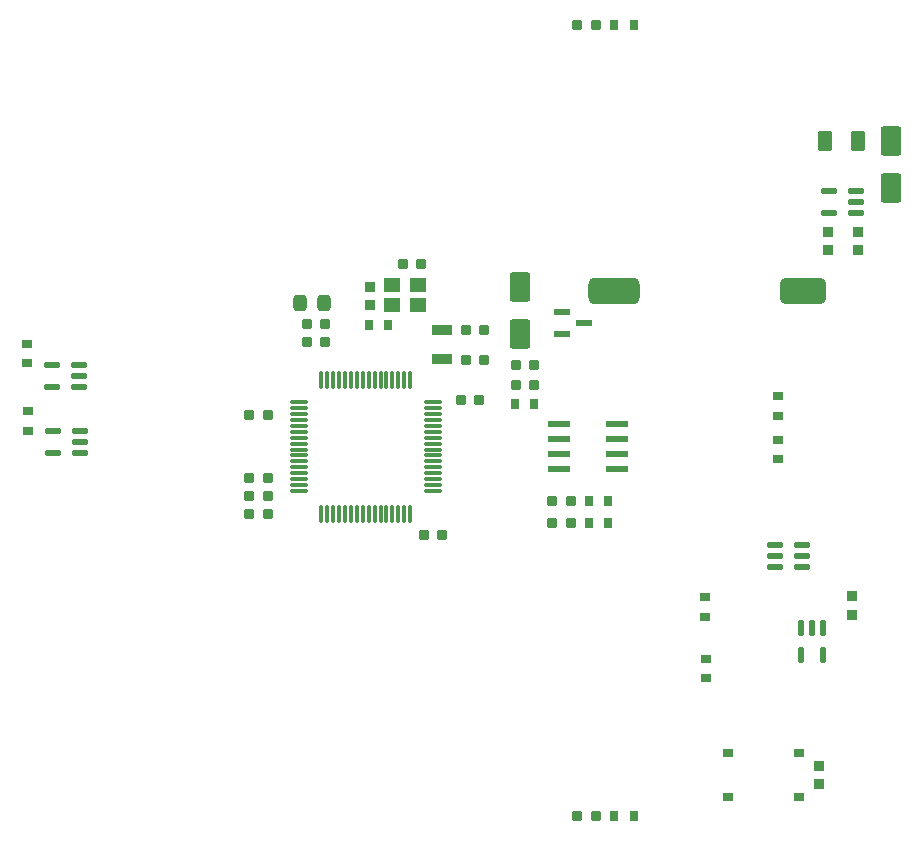
<source format=gbr>
%TF.GenerationSoftware,KiCad,Pcbnew,7.0.9*%
%TF.CreationDate,2024-01-15T17:48:45-05:00*%
%TF.ProjectId,stm32-snake-controller,73746d33-322d-4736-9e61-6b652d636f6e,A*%
%TF.SameCoordinates,Original*%
%TF.FileFunction,Paste,Top*%
%TF.FilePolarity,Positive*%
%FSLAX46Y46*%
G04 Gerber Fmt 4.6, Leading zero omitted, Abs format (unit mm)*
G04 Created by KiCad (PCBNEW 7.0.9) date 2024-01-15 17:48:45*
%MOMM*%
%LPD*%
G01*
G04 APERTURE LIST*
G04 Aperture macros list*
%AMRoundRect*
0 Rectangle with rounded corners*
0 $1 Rounding radius*
0 $2 $3 $4 $5 $6 $7 $8 $9 X,Y pos of 4 corners*
0 Add a 4 corners polygon primitive as box body*
4,1,4,$2,$3,$4,$5,$6,$7,$8,$9,$2,$3,0*
0 Add four circle primitives for the rounded corners*
1,1,$1+$1,$2,$3*
1,1,$1+$1,$4,$5*
1,1,$1+$1,$6,$7*
1,1,$1+$1,$8,$9*
0 Add four rect primitives between the rounded corners*
20,1,$1+$1,$2,$3,$4,$5,0*
20,1,$1+$1,$4,$5,$6,$7,0*
20,1,$1+$1,$6,$7,$8,$9,0*
20,1,$1+$1,$8,$9,$2,$3,0*%
G04 Aperture macros list end*
%ADD10RoundRect,0.180000X0.200000X0.275000X-0.200000X0.275000X-0.200000X-0.275000X0.200000X-0.275000X0*%
%ADD11RoundRect,0.130000X0.512500X0.150000X-0.512500X0.150000X-0.512500X-0.150000X0.512500X-0.150000X0*%
%ADD12RoundRect,0.180000X-0.200000X-0.275000X0.200000X-0.275000X0.200000X0.275000X-0.200000X0.275000X0*%
%ADD13RoundRect,0.205000X0.250000X-0.225000X0.250000X0.225000X-0.250000X0.225000X-0.250000X-0.225000X0*%
%ADD14RoundRect,0.230000X0.325000X0.450000X-0.325000X0.450000X-0.325000X-0.450000X0.325000X-0.450000X0*%
%ADD15R,1.760000X0.960000*%
%ADD16RoundRect,0.205000X0.225000X0.250000X-0.225000X0.250000X-0.225000X-0.250000X0.225000X-0.250000X0*%
%ADD17R,0.960000X0.710000*%
%ADD18RoundRect,0.230000X0.650000X-1.000000X0.650000X1.000000X-0.650000X1.000000X-0.650000X-1.000000X0*%
%ADD19RoundRect,0.198750X0.218750X0.256250X-0.218750X0.256250X-0.218750X-0.256250X0.218750X-0.256250X0*%
%ADD20RoundRect,0.180000X-0.275000X0.200000X-0.275000X-0.200000X0.275000X-0.200000X0.275000X0.200000X0*%
%ADD21RoundRect,0.130000X-0.587500X-0.150000X0.587500X-0.150000X0.587500X0.150000X-0.587500X0.150000X0*%
%ADD22RoundRect,0.180000X0.275000X-0.200000X0.275000X0.200000X-0.275000X0.200000X-0.275000X-0.200000X0*%
%ADD23RoundRect,0.205000X-0.225000X-0.250000X0.225000X-0.250000X0.225000X0.250000X-0.225000X0.250000X0*%
%ADD24RoundRect,0.130000X0.825000X0.150000X-0.825000X0.150000X-0.825000X-0.150000X0.825000X-0.150000X0*%
%ADD25R,1.360000X1.160000*%
%ADD26RoundRect,0.130000X-0.150000X0.512500X-0.150000X-0.512500X0.150000X-0.512500X0.150000X0.512500X0*%
%ADD27RoundRect,0.205000X-0.250000X0.225000X-0.250000X-0.225000X0.250000X-0.225000X0.250000X0.225000X0*%
%ADD28RoundRect,0.055000X-0.075000X0.700000X-0.075000X-0.700000X0.075000X-0.700000X0.075000X0.700000X0*%
%ADD29RoundRect,0.055000X-0.700000X0.075000X-0.700000X-0.075000X0.700000X-0.075000X0.700000X0.075000X0*%
%ADD30RoundRect,0.230000X-0.375000X-0.625000X0.375000X-0.625000X0.375000X0.625000X-0.375000X0.625000X0*%
%ADD31RoundRect,0.555000X-1.625000X-0.575000X1.625000X-0.575000X1.625000X0.575000X-1.625000X0.575000X0*%
%ADD32RoundRect,0.555000X-1.425000X-0.575000X1.425000X-0.575000X1.425000X0.575000X-1.425000X0.575000X0*%
G04 APERTURE END LIST*
D10*
%TO.C,R102*%
X54387000Y37517000D03*
X52737000Y37517000D03*
%TD*%
D11*
%TO.C,U302*%
X15920300Y33340000D03*
X15920300Y34290000D03*
X15920300Y35240000D03*
X13645300Y35240000D03*
X13645300Y33340000D03*
%TD*%
D12*
%TO.C,R103*%
X61151000Y69596000D03*
X62801000Y69596000D03*
%TD*%
D11*
%TO.C,U101*%
X77083500Y23688000D03*
X77083500Y24638000D03*
X77083500Y25588000D03*
X74808500Y25588000D03*
X74808500Y24638000D03*
X74808500Y23688000D03*
%TD*%
D13*
%TO.C,C110*%
X78487000Y5321000D03*
X78487000Y6871000D03*
%TD*%
D14*
%TO.C,FB101*%
X36585000Y46101000D03*
X34535000Y46101000D03*
%TD*%
D15*
%TO.C,Y101*%
X46609000Y43795000D03*
X46609000Y41295000D03*
%TD*%
D16*
%TO.C,C108*%
X36703000Y44323000D03*
X35153000Y44323000D03*
%TD*%
D17*
%TO.C,SW101*%
X76787000Y4221000D03*
X70787000Y4221000D03*
X76787000Y7971000D03*
X70787000Y7971000D03*
%TD*%
D18*
%TO.C,D102*%
X53213000Y43461000D03*
X53213000Y47461000D03*
%TD*%
D19*
%TO.C,D103*%
X57510000Y27432000D03*
X55935000Y27432000D03*
%TD*%
D20*
%TO.C,R502*%
X68961000Y15938000D03*
X68961000Y14288000D03*
%TD*%
D13*
%TO.C,C113*%
X40470000Y45873000D03*
X40470000Y47423000D03*
%TD*%
D21*
%TO.C,Q101*%
X56769000Y45334000D03*
X56769000Y43434000D03*
X58644000Y44384000D03*
%TD*%
D16*
%TO.C,C109*%
X36703000Y42799000D03*
X35153000Y42799000D03*
%TD*%
D20*
%TO.C,R108*%
X75057000Y34480000D03*
X75057000Y32830000D03*
%TD*%
D22*
%TO.C,R107*%
X75062000Y36513000D03*
X75062000Y38163000D03*
%TD*%
D23*
%TO.C,C106*%
X45072000Y26416000D03*
X46622000Y26416000D03*
%TD*%
D18*
%TO.C,D101*%
X84582000Y55785000D03*
X84582000Y59785000D03*
%TD*%
D24*
%TO.C,U102*%
X61403000Y32004000D03*
X61403000Y33274000D03*
X61403000Y34544000D03*
X61403000Y35814000D03*
X56453000Y35814000D03*
X56453000Y34544000D03*
X56453000Y33274000D03*
X56453000Y32004000D03*
%TD*%
D25*
%TO.C,Y102*%
X44534000Y47586000D03*
X42334000Y47586000D03*
X42334000Y45886000D03*
X44534000Y45886000D03*
%TD*%
D26*
%TO.C,U501*%
X78865000Y18536500D03*
X77915000Y18536500D03*
X76965000Y18536500D03*
X76965000Y16261500D03*
X78865000Y16261500D03*
%TD*%
D23*
%TO.C,C101*%
X52819000Y40775000D03*
X54369000Y40775000D03*
%TD*%
D16*
%TO.C,C104*%
X31837000Y36617000D03*
X30287000Y36617000D03*
%TD*%
D23*
%TO.C,C102*%
X52819000Y39116000D03*
X54369000Y39116000D03*
%TD*%
%TO.C,C107*%
X48187000Y37817000D03*
X49737000Y37817000D03*
%TD*%
D12*
%TO.C,R105*%
X58992000Y29342000D03*
X60642000Y29342000D03*
%TD*%
D16*
%TO.C,C114*%
X50178000Y43815000D03*
X48628000Y43815000D03*
%TD*%
D19*
%TO.C,D105*%
X59586000Y2667000D03*
X58011000Y2667000D03*
%TD*%
D27*
%TO.C,C501*%
X81280000Y21222000D03*
X81280000Y19672000D03*
%TD*%
D10*
%TO.C,R106*%
X42057000Y44196000D03*
X40407000Y44196000D03*
%TD*%
D11*
%TO.C,U301*%
X15869500Y38928000D03*
X15869500Y39878000D03*
X15869500Y40828000D03*
X13594500Y40828000D03*
X13594500Y38928000D03*
%TD*%
D22*
%TO.C,R501*%
X68834000Y19495000D03*
X68834000Y21145000D03*
%TD*%
D12*
%TO.C,R101*%
X58992000Y27432000D03*
X60642000Y27432000D03*
%TD*%
D13*
%TO.C,C201*%
X81788000Y50533000D03*
X81788000Y52083000D03*
%TD*%
D22*
%TO.C,R301*%
X11480800Y40958000D03*
X11480800Y42608000D03*
%TD*%
D16*
%TO.C,C112*%
X44844000Y49403000D03*
X43294000Y49403000D03*
%TD*%
D11*
%TO.C,U201*%
X81618500Y53678000D03*
X81618500Y54628000D03*
X81618500Y55578000D03*
X79343500Y55578000D03*
X79343500Y53678000D03*
%TD*%
D27*
%TO.C,C202*%
X79248000Y52083000D03*
X79248000Y50533000D03*
%TD*%
D28*
%TO.C,U103*%
X43882000Y39584000D03*
X43382000Y39584000D03*
X42882000Y39584000D03*
X42382000Y39584000D03*
X41882000Y39584000D03*
X41382000Y39584000D03*
X40882000Y39584000D03*
X40382000Y39584000D03*
X39882000Y39584000D03*
X39382000Y39584000D03*
X38882000Y39584000D03*
X38382000Y39584000D03*
X37882000Y39584000D03*
X37382000Y39584000D03*
X36882000Y39584000D03*
X36382000Y39584000D03*
D29*
X34457000Y37659000D03*
X34457000Y37159000D03*
X34457000Y36659000D03*
X34457000Y36159000D03*
X34457000Y35659000D03*
X34457000Y35159000D03*
X34457000Y34659000D03*
X34457000Y34159000D03*
X34457000Y33659000D03*
X34457000Y33159000D03*
X34457000Y32659000D03*
X34457000Y32159000D03*
X34457000Y31659000D03*
X34457000Y31159000D03*
X34457000Y30659000D03*
X34457000Y30159000D03*
D28*
X36382000Y28234000D03*
X36882000Y28234000D03*
X37382000Y28234000D03*
X37882000Y28234000D03*
X38382000Y28234000D03*
X38882000Y28234000D03*
X39382000Y28234000D03*
X39882000Y28234000D03*
X40382000Y28234000D03*
X40882000Y28234000D03*
X41382000Y28234000D03*
X41882000Y28234000D03*
X42382000Y28234000D03*
X42882000Y28234000D03*
X43382000Y28234000D03*
X43882000Y28234000D03*
D29*
X45807000Y30159000D03*
X45807000Y30659000D03*
X45807000Y31159000D03*
X45807000Y31659000D03*
X45807000Y32159000D03*
X45807000Y32659000D03*
X45807000Y33159000D03*
X45807000Y33659000D03*
X45807000Y34159000D03*
X45807000Y34659000D03*
X45807000Y35159000D03*
X45807000Y35659000D03*
X45807000Y36159000D03*
X45807000Y36659000D03*
X45807000Y37159000D03*
X45807000Y37659000D03*
%TD*%
D16*
%TO.C,C111*%
X50178000Y41275000D03*
X48628000Y41275000D03*
%TD*%
D19*
%TO.C,D106*%
X57510000Y29337000D03*
X55935000Y29337000D03*
%TD*%
D22*
%TO.C,R302*%
X11531600Y35268400D03*
X11531600Y36918400D03*
%TD*%
D19*
%TO.C,D104*%
X59588500Y69596000D03*
X58013500Y69596000D03*
%TD*%
D30*
%TO.C,F101*%
X78991000Y59817000D03*
X81791000Y59817000D03*
%TD*%
D16*
%TO.C,C105*%
X31837000Y29718000D03*
X30287000Y29718000D03*
%TD*%
D12*
%TO.C,R104*%
X61151000Y2667000D03*
X62801000Y2667000D03*
%TD*%
D16*
%TO.C,C103*%
X31837000Y28194000D03*
X30287000Y28194000D03*
%TD*%
D31*
%TO.C,BT101*%
X61162000Y47117000D03*
D32*
X77162000Y47117000D03*
%TD*%
D16*
%TO.C,C115*%
X31837000Y31242000D03*
X30287000Y31242000D03*
%TD*%
M02*

</source>
